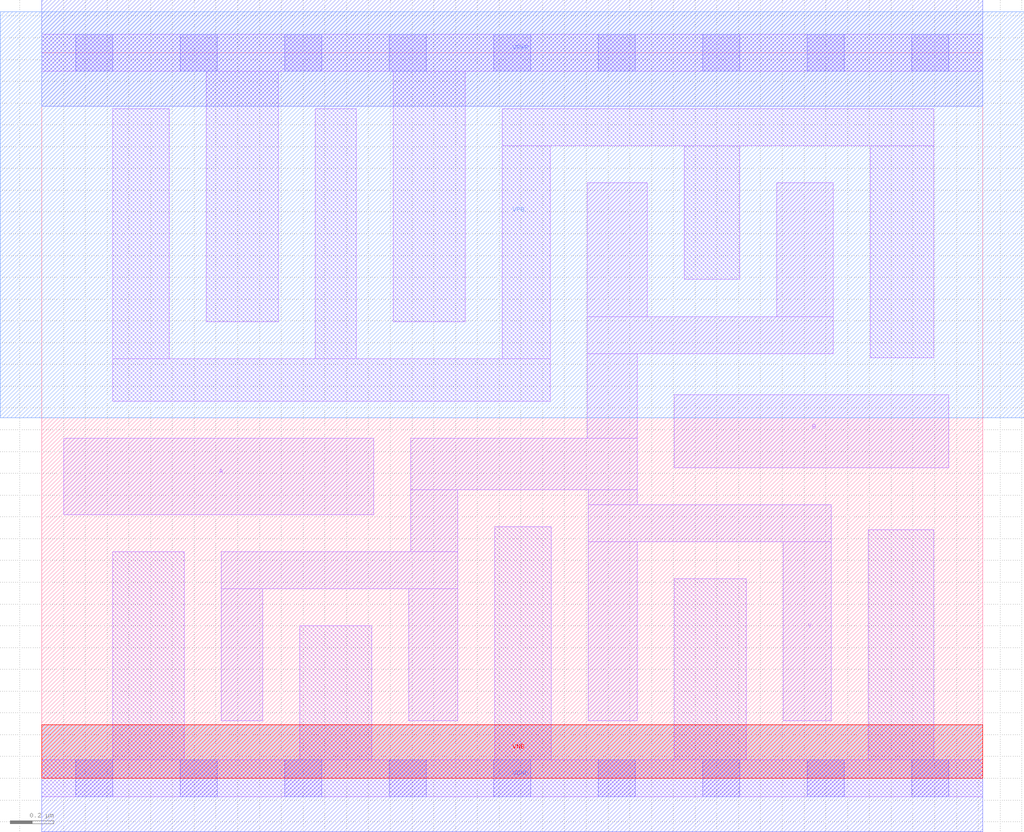
<source format=lef>
# Copyright 2020 The SkyWater PDK Authors
#
# Licensed under the Apache License, Version 2.0 (the "License");
# you may not use this file except in compliance with the License.
# You may obtain a copy of the License at
#
#     https://www.apache.org/licenses/LICENSE-2.0
#
# Unless required by applicable law or agreed to in writing, software
# distributed under the License is distributed on an "AS IS" BASIS,
# WITHOUT WARRANTIES OR CONDITIONS OF ANY KIND, either express or implied.
# See the License for the specific language governing permissions and
# limitations under the License.
#
# SPDX-License-Identifier: Apache-2.0

VERSION 5.7 ;
  NOWIREEXTENSIONATPIN ON ;
  DIVIDERCHAR "/" ;
  BUSBITCHARS "[]" ;
MACRO sky130_fd_sc_lp__nor2_4
  CLASS CORE ;
  FOREIGN sky130_fd_sc_lp__nor2_4 ;
  ORIGIN  0.000000  0.000000 ;
  SIZE  4.320000 BY  3.330000 ;
  SYMMETRY X Y R90 ;
  SITE unit ;
  PIN A
    ANTENNAGATEAREA  1.260000 ;
    DIRECTION INPUT ;
    USE SIGNAL ;
    PORT
      LAYER li1 ;
        RECT 0.100000 1.210000 1.525000 1.560000 ;
    END
  END A
  PIN B
    ANTENNAGATEAREA  1.260000 ;
    DIRECTION INPUT ;
    USE SIGNAL ;
    PORT
      LAYER li1 ;
        RECT 2.905000 1.425000 4.165000 1.760000 ;
    END
  END B
  PIN Y
    ANTENNADIFFAREA  1.646400 ;
    DIRECTION OUTPUT ;
    USE SIGNAL ;
    PORT
      LAYER li1 ;
        RECT 0.825000 0.265000 1.015000 0.870000 ;
        RECT 0.825000 0.870000 1.910000 1.040000 ;
        RECT 1.685000 0.265000 1.910000 0.870000 ;
        RECT 1.695000 1.040000 1.910000 1.325000 ;
        RECT 1.695000 1.325000 2.735000 1.560000 ;
        RECT 2.505000 1.560000 2.735000 1.950000 ;
        RECT 2.505000 1.950000 3.635000 2.120000 ;
        RECT 2.505000 2.120000 2.780000 2.735000 ;
        RECT 2.510000 0.265000 2.735000 1.085000 ;
        RECT 2.510000 1.085000 3.625000 1.255000 ;
        RECT 2.510000 1.255000 2.735000 1.325000 ;
        RECT 3.375000 2.120000 3.635000 2.735000 ;
        RECT 3.405000 0.265000 3.625000 1.085000 ;
    END
  END Y
  PIN VGND
    DIRECTION INOUT ;
    USE GROUND ;
    PORT
      LAYER met1 ;
        RECT 0.000000 -0.245000 4.320000 0.245000 ;
    END
  END VGND
  PIN VNB
    DIRECTION INOUT ;
    USE GROUND ;
    PORT
      LAYER pwell ;
        RECT 0.000000 0.000000 4.320000 0.245000 ;
    END
  END VNB
  PIN VPB
    DIRECTION INOUT ;
    USE POWER ;
    PORT
      LAYER nwell ;
        RECT -0.190000 1.655000 4.510000 3.520000 ;
    END
  END VPB
  PIN VPWR
    DIRECTION INOUT ;
    USE POWER ;
    PORT
      LAYER met1 ;
        RECT 0.000000 3.085000 4.320000 3.575000 ;
    END
  END VPWR
  OBS
    LAYER li1 ;
      RECT 0.000000 -0.085000 4.320000 0.085000 ;
      RECT 0.000000  3.245000 4.320000 3.415000 ;
      RECT 0.325000  0.085000 0.655000 1.040000 ;
      RECT 0.325000  1.730000 2.335000 1.925000 ;
      RECT 0.325000  1.925000 0.585000 3.075000 ;
      RECT 0.755000  2.095000 1.085000 3.245000 ;
      RECT 1.185000  0.085000 1.515000 0.700000 ;
      RECT 1.255000  1.925000 1.445000 3.075000 ;
      RECT 1.615000  2.095000 1.945000 3.245000 ;
      RECT 2.080000  0.085000 2.340000 1.155000 ;
      RECT 2.115000  1.925000 2.335000 2.905000 ;
      RECT 2.115000  2.905000 4.095000 3.075000 ;
      RECT 2.905000  0.085000 3.235000 0.915000 ;
      RECT 2.950000  2.290000 3.205000 2.905000 ;
      RECT 3.795000  0.085000 4.095000 1.140000 ;
      RECT 3.805000  1.930000 4.095000 2.905000 ;
    LAYER mcon ;
      RECT 0.155000 -0.085000 0.325000 0.085000 ;
      RECT 0.155000  3.245000 0.325000 3.415000 ;
      RECT 0.635000 -0.085000 0.805000 0.085000 ;
      RECT 0.635000  3.245000 0.805000 3.415000 ;
      RECT 1.115000 -0.085000 1.285000 0.085000 ;
      RECT 1.115000  3.245000 1.285000 3.415000 ;
      RECT 1.595000 -0.085000 1.765000 0.085000 ;
      RECT 1.595000  3.245000 1.765000 3.415000 ;
      RECT 2.075000 -0.085000 2.245000 0.085000 ;
      RECT 2.075000  3.245000 2.245000 3.415000 ;
      RECT 2.555000 -0.085000 2.725000 0.085000 ;
      RECT 2.555000  3.245000 2.725000 3.415000 ;
      RECT 3.035000 -0.085000 3.205000 0.085000 ;
      RECT 3.035000  3.245000 3.205000 3.415000 ;
      RECT 3.515000 -0.085000 3.685000 0.085000 ;
      RECT 3.515000  3.245000 3.685000 3.415000 ;
      RECT 3.995000 -0.085000 4.165000 0.085000 ;
      RECT 3.995000  3.245000 4.165000 3.415000 ;
  END
END sky130_fd_sc_lp__nor2_4
END LIBRARY

</source>
